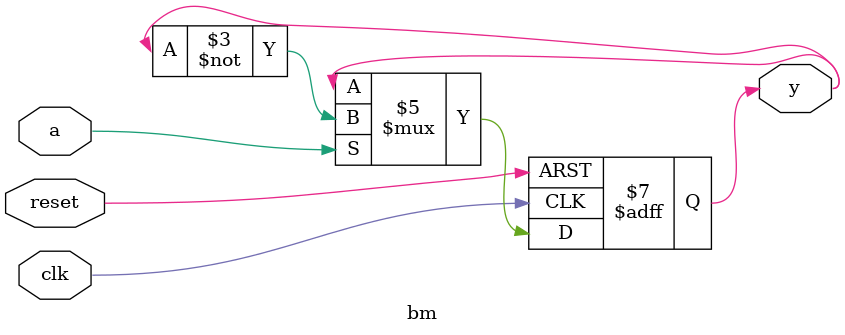
<source format=v>
module bm(y,clk,reset,a);
output y;
reg y;
input clk,reset,a;
always @ (posedge clk or negedge reset)
  begin
   if (!reset)
     y <= 1'b0;
   else
     if (a)
       y <= ~y;
     else
       y <= y;
  end 
endmodule
  

</source>
